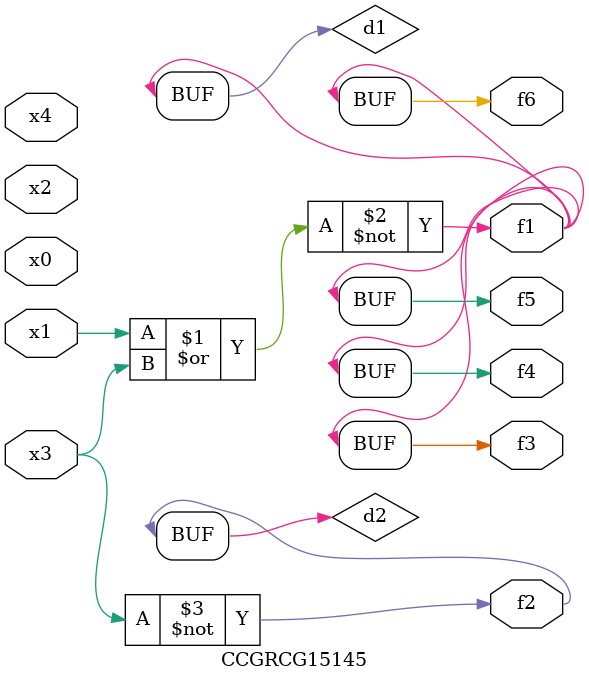
<source format=v>
module CCGRCG15145(
	input x0, x1, x2, x3, x4,
	output f1, f2, f3, f4, f5, f6
);

	wire d1, d2;

	nor (d1, x1, x3);
	not (d2, x3);
	assign f1 = d1;
	assign f2 = d2;
	assign f3 = d1;
	assign f4 = d1;
	assign f5 = d1;
	assign f6 = d1;
endmodule

</source>
